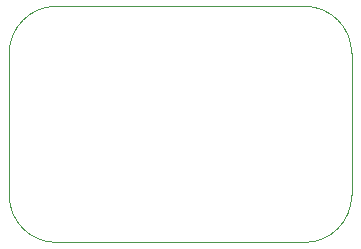
<source format=gbr>
%TF.GenerationSoftware,KiCad,Pcbnew,(6.0.11)*%
%TF.CreationDate,2023-02-10T19:03:09+05:30*%
%TF.ProjectId,charg,63686172-672e-46b6-9963-61645f706362,rev?*%
%TF.SameCoordinates,Original*%
%TF.FileFunction,Profile,NP*%
%FSLAX46Y46*%
G04 Gerber Fmt 4.6, Leading zero omitted, Abs format (unit mm)*
G04 Created by KiCad (PCBNEW (6.0.11)) date 2023-02-10 19:03:09*
%MOMM*%
%LPD*%
G01*
G04 APERTURE LIST*
%TA.AperFunction,Profile*%
%ADD10C,0.100000*%
%TD*%
G04 APERTURE END LIST*
D10*
X133590000Y-66150000D02*
X133590000Y-54150000D01*
X133590000Y-66150000D02*
G75*
G03*
X137590000Y-70150000I4000000J0D01*
G01*
X137590000Y-50150000D02*
X158590000Y-50150000D01*
X158590000Y-70150000D02*
G75*
G03*
X162590000Y-66150000I0J4000000D01*
G01*
X137590000Y-50150000D02*
G75*
G03*
X133590000Y-54150000I0J-4000000D01*
G01*
X162590000Y-54150000D02*
X162590000Y-66150000D01*
X162590000Y-54150000D02*
G75*
G03*
X158590000Y-50150000I-4000000J0D01*
G01*
X158590000Y-70150000D02*
X137590000Y-70150000D01*
M02*

</source>
